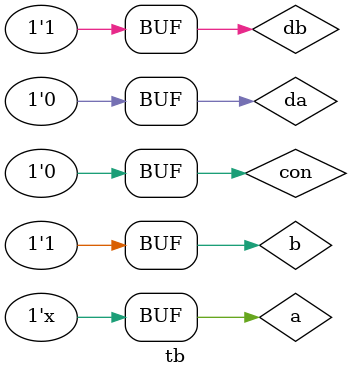
<source format=v>
`timescale 1ns / 1ps


module tb();
reg con;
wire a;
wire b;
reg da,db;

bi dut(.ctrl(con),.a(a),.b(b));
assign a=con?da:1'bz;
assign b=con?1'bz:db;

initial begin
 con=1'b1;
 da=1;
 db=0;

#10;
con=1'b0;
da=0;
db=1;
end

endmodule

</source>
